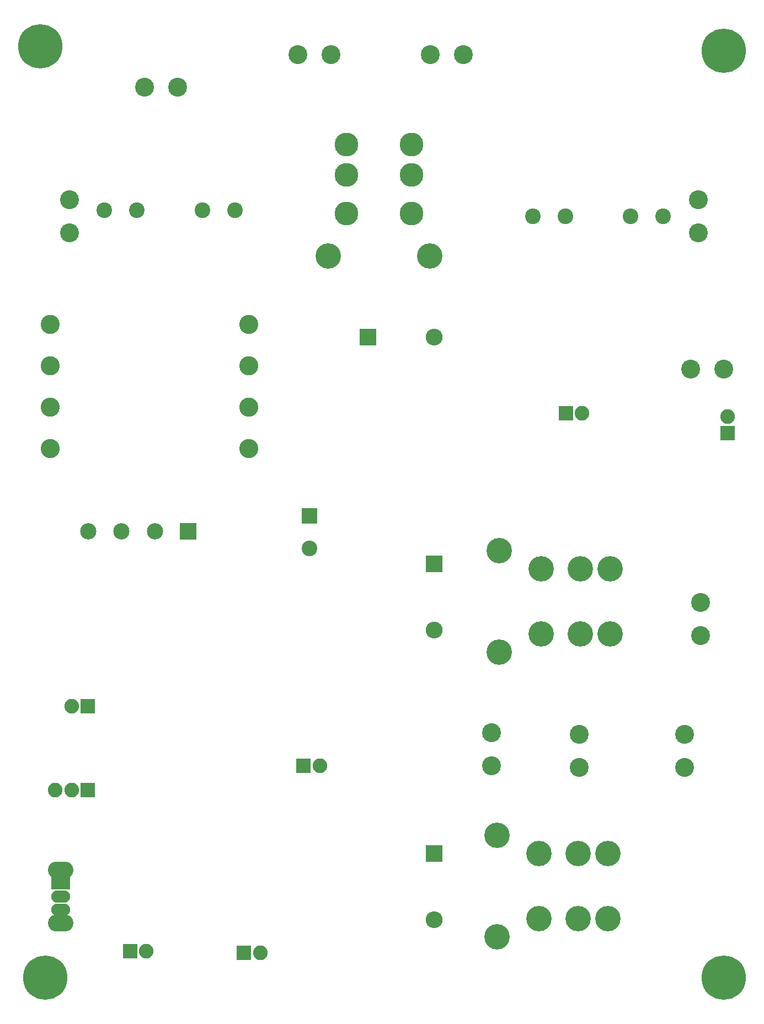
<source format=gbr>
G04 #@! TF.GenerationSoftware,KiCad,Pcbnew,(5.1.0)-1*
G04 #@! TF.CreationDate,2019-07-30T22:29:16-05:00*
G04 #@! TF.ProjectId,LatheControl,4c617468-6543-46f6-9e74-726f6c2e6b69,01*
G04 #@! TF.SameCoordinates,Original*
G04 #@! TF.FileFunction,Soldermask,Bot*
G04 #@! TF.FilePolarity,Negative*
%FSLAX46Y46*%
G04 Gerber Fmt 4.6, Leading zero omitted, Abs format (unit mm)*
G04 Created by KiCad (PCBNEW (5.1.0)-1) date 2019-07-30 22:29:16*
%MOMM*%
%LPD*%
G04 APERTURE LIST*
%ADD10C,2.940000*%
%ADD11R,2.400000X2.400000*%
%ADD12C,2.400000*%
%ADD13R,2.600000X2.600000*%
%ADD14O,2.600000X2.600000*%
%ADD15C,3.900000*%
%ADD16C,2.900000*%
%ADD17C,3.650000*%
%ADD18R,2.500000X2.500000*%
%ADD19C,2.500000*%
%ADD20C,1.200000*%
%ADD21C,6.800000*%
%ADD22C,2.250000*%
%ADD23R,2.250000X2.250000*%
%ADD24O,3.900000X2.600000*%
%ADD25O,2.900000X1.900000*%
%ADD26R,2.900000X1.900000*%
G04 APERTURE END LIST*
D10*
X166179500Y-95440500D03*
X166179500Y-101790500D03*
X166179500Y-108140500D03*
X166179500Y-114490500D03*
X196659500Y-95440500D03*
X196659500Y-101790500D03*
X196659500Y-108140500D03*
X196659500Y-114490500D03*
D11*
X205930500Y-124777500D03*
D12*
X205930500Y-129777500D03*
D13*
X214947500Y-97345500D03*
D14*
X225107500Y-97345500D03*
D12*
X255220500Y-78803500D03*
X260220500Y-78803500D03*
X245220500Y-78803500D03*
X240220500Y-78803500D03*
X179500500Y-77914500D03*
X174500500Y-77914500D03*
X189500500Y-77914500D03*
X194500500Y-77914500D03*
D13*
X225107500Y-132143500D03*
D14*
X225107500Y-142303500D03*
D13*
X225107500Y-176593500D03*
D14*
X225107500Y-186753500D03*
D15*
X241502499Y-142938501D03*
X247502499Y-142938501D03*
X252102499Y-142938501D03*
X252102499Y-132938501D03*
X247502499Y-132938501D03*
X241502499Y-132938501D03*
X235052499Y-145738501D03*
X235052499Y-130138501D03*
X241205500Y-186593500D03*
X247205500Y-186593500D03*
X251805500Y-186593500D03*
X251805500Y-176593500D03*
X247205500Y-176593500D03*
X241205500Y-176593500D03*
X234755500Y-189393500D03*
X234755500Y-173793500D03*
D16*
X265620500Y-76263500D03*
X265620500Y-81343500D03*
X169100500Y-81343500D03*
X169100500Y-76263500D03*
X209232500Y-54038500D03*
X204152500Y-54038500D03*
X229552500Y-54038500D03*
X224472500Y-54038500D03*
D15*
X208851500Y-84899500D03*
X224451500Y-84899500D03*
D17*
X211651500Y-78449500D03*
X211651500Y-72449500D03*
X211651500Y-67849500D03*
X221651500Y-67849500D03*
X221651500Y-72449500D03*
X221651500Y-78449500D03*
D16*
X180657500Y-58991500D03*
X185737500Y-58991500D03*
D18*
X187321500Y-127190500D03*
D19*
X182221500Y-127190500D03*
X172021500Y-127190500D03*
X177121500Y-127190500D03*
D16*
X263525000Y-163449000D03*
X263525000Y-158369000D03*
X266001500Y-138112500D03*
X266001500Y-143192500D03*
X247332500Y-163385500D03*
X247332500Y-158305500D03*
X233870500Y-163195000D03*
X233870500Y-158115000D03*
D20*
X166352556Y-51071444D03*
X164655500Y-50368500D03*
X162958444Y-51071444D03*
X162255500Y-52768500D03*
X162958444Y-54465556D03*
X164655500Y-55168500D03*
X166352556Y-54465556D03*
X167055500Y-52768500D03*
D21*
X164655500Y-52768500D03*
X165417500Y-195643500D03*
D20*
X167817500Y-195643500D03*
X167114556Y-197340556D03*
X165417500Y-198043500D03*
X163720444Y-197340556D03*
X163017500Y-195643500D03*
X163720444Y-193946444D03*
X165417500Y-193243500D03*
X167114556Y-193946444D03*
X271254556Y-51706444D03*
X269557500Y-51003500D03*
X267860444Y-51706444D03*
X267157500Y-53403500D03*
X267860444Y-55100556D03*
X269557500Y-55803500D03*
X271254556Y-55100556D03*
X271957500Y-53403500D03*
D21*
X269557500Y-53403500D03*
X269557500Y-195643500D03*
D20*
X271957500Y-195643500D03*
X271254556Y-197340556D03*
X269557500Y-198043500D03*
X267860444Y-197340556D03*
X267157500Y-195643500D03*
X267860444Y-193946444D03*
X269557500Y-193243500D03*
X271254556Y-193946444D03*
D22*
X247800500Y-109029500D03*
D23*
X245300500Y-109029500D03*
D22*
X169458000Y-154051000D03*
D23*
X171958000Y-154051000D03*
X205041500Y-163131500D03*
D22*
X207541500Y-163131500D03*
X166941500Y-166878000D03*
X169441500Y-166878000D03*
D23*
X171941500Y-166878000D03*
D16*
X264477500Y-102298500D03*
X269557500Y-102298500D03*
D22*
X180935000Y-191643000D03*
D23*
X178435000Y-191643000D03*
X195897500Y-191833500D03*
D22*
X198397500Y-191833500D03*
D24*
X167767000Y-187329000D03*
X167767000Y-179129000D03*
D25*
X167767000Y-185229000D03*
X167767000Y-183229000D03*
D26*
X167767000Y-181229000D03*
D22*
X270129000Y-109577500D03*
D23*
X270129000Y-112077500D03*
M02*

</source>
